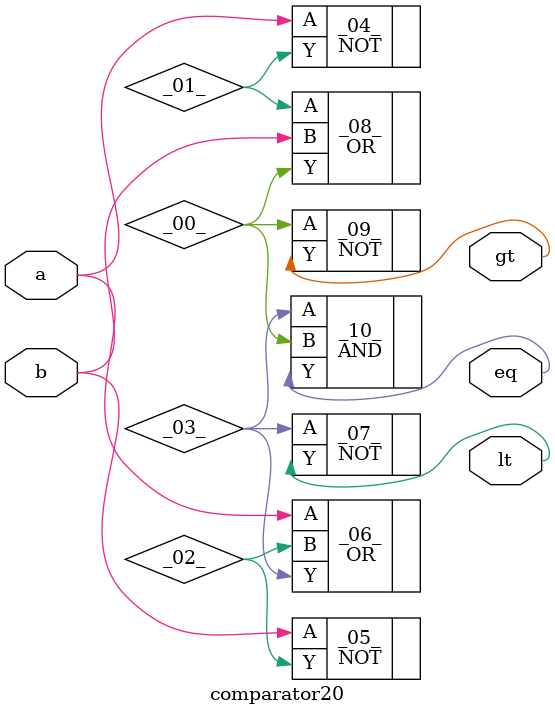
<source format=v>
/* Generated by Yosys 0.41+83 (git sha1 7045cf509, x86_64-w64-mingw32-g++ 13.2.1 -Os) */

/* cells_not_processed =  1  */
/* src = "comparator20.v:1.1-14.10" */
module comparator20(a, b, eq, gt, lt);
  wire _00_;
  wire _01_;
  wire _02_;
  wire _03_;
  /* src = "comparator20.v:1.28-1.29" */
  input a;
  wire a;
  /* src = "comparator20.v:1.37-1.38" */
  input b;
  wire b;
  /* src = "comparator20.v:1.47-1.49" */
  output eq;
  wire eq;
  /* src = "comparator20.v:1.58-1.60" */
  output gt;
  wire gt;
  /* src = "comparator20.v:1.69-1.71" */
  output lt;
  wire lt;
  NOT _04_ (
    .A(a),
    .Y(_01_)
  );
  NOT _05_ (
    .A(b),
    .Y(_02_)
  );
  OR _06_ (
    .A(a),
    .B(_02_),
    .Y(_03_)
  );
  NOT _07_ (
    .A(_03_),
    .Y(lt)
  );
  OR _08_ (
    .A(_01_),
    .B(b),
    .Y(_00_)
  );
  NOT _09_ (
    .A(_00_),
    .Y(gt)
  );
  AND _10_ (
    .A(_03_),
    .B(_00_),
    .Y(eq)
  );
endmodule

</source>
